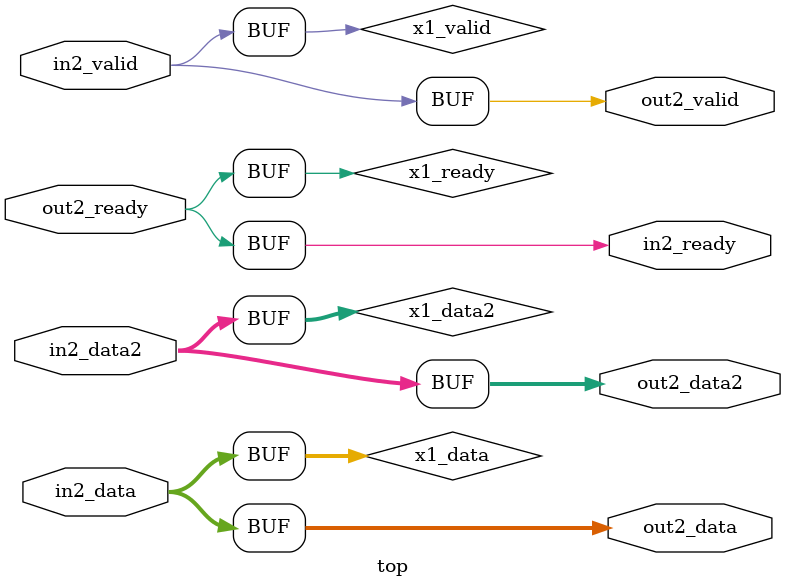
<source format=sv>
module top (
	input logic [15:0] in2_data,
	input logic signed [12:0] in2_data2,
	output logic in2_ready,
	input logic in2_valid,

	output logic [15:0] out2_data,
	output logic signed [12:0] out2_data2,
	input logic out2_ready,
	output logic out2_valid
);

	logic [15:0] x1_data;
	logic signed [12:0] x1_data2;
	logic x1_valid;
	logic x1_ready;

	assign out2_data = in2_data;
	assign x1_data = in2_data;
	assign out2_data2 = in2_data2;
	assign x1_data2 = in2_data2;
	assign out2_valid = in2_valid;
	assign x1_valid = in2_valid;
	assign in2_ready = out2_ready;
	assign x1_ready = out2_ready;
endmodule



</source>
